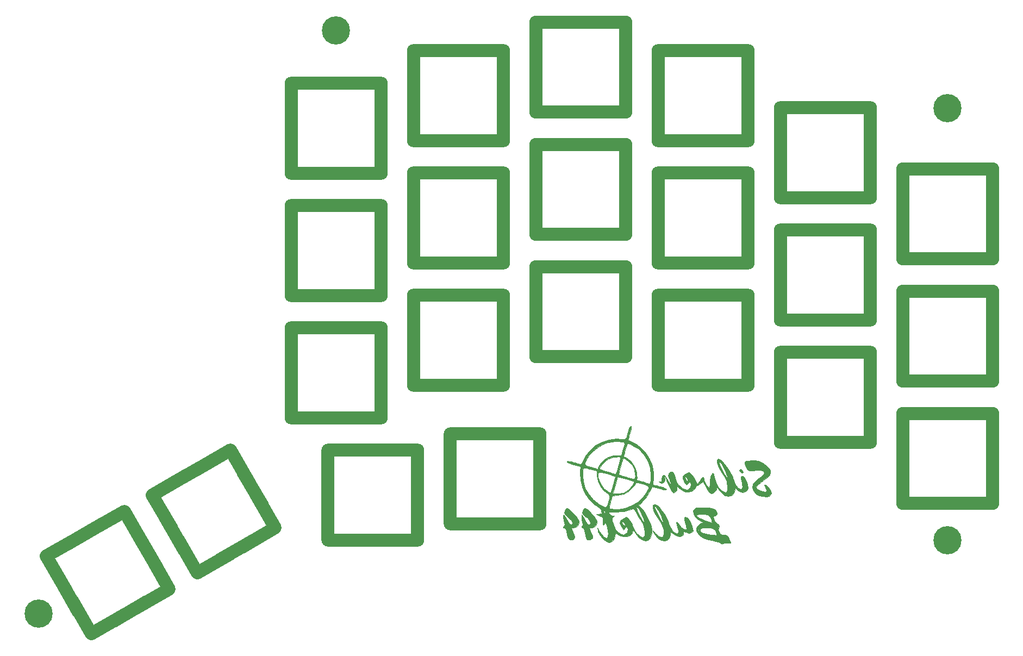
<source format=gbl>
G04 #@! TF.GenerationSoftware,KiCad,Pcbnew,5.1.5+dfsg1-2build2*
G04 #@! TF.CreationDate,2020-09-19T22:34:38+09:00*
G04 #@! TF.ProjectId,toppcb,746f7070-6362-42e6-9b69-6361645f7063,rev?*
G04 #@! TF.SameCoordinates,Original*
G04 #@! TF.FileFunction,Copper,L2,Bot*
G04 #@! TF.FilePolarity,Positive*
%FSLAX46Y46*%
G04 Gerber Fmt 4.6, Leading zero omitted, Abs format (unit mm)*
G04 Created by KiCad (PCBNEW 5.1.5+dfsg1-2build2) date 2020-09-19 22:34:38*
%MOMM*%
%LPD*%
G04 APERTURE LIST*
%ADD10C,0.010000*%
%ADD11C,2.000000*%
%ADD12O,2.000000X8.000000*%
%ADD13O,8.000000X2.000000*%
%ADD14C,0.700000*%
%ADD15C,4.400000*%
G04 APERTURE END LIST*
D10*
G36*
X118995184Y-90203845D02*
G01*
X118820718Y-90264295D01*
X118708435Y-90351708D01*
X118504989Y-90710773D01*
X118518525Y-91124687D01*
X118730715Y-91552666D01*
X119123232Y-91953923D01*
X119550755Y-92226225D01*
X120078500Y-92497365D01*
X119669645Y-92665957D01*
X119323191Y-92896141D01*
X119065900Y-93211426D01*
X118949497Y-93485388D01*
X118953758Y-93714957D01*
X119081952Y-94030640D01*
X119086663Y-94040534D01*
X119454982Y-94521445D01*
X120053224Y-94910593D01*
X120872683Y-95203234D01*
X121447074Y-95327081D01*
X121954317Y-95433666D01*
X122380641Y-95555922D01*
X122650016Y-95671181D01*
X122683317Y-95695691D01*
X122916416Y-95864106D01*
X123065155Y-95837741D01*
X123124531Y-95761186D01*
X123288976Y-95700421D01*
X123616132Y-95698638D01*
X123767026Y-95714949D01*
X124104107Y-95744884D01*
X124306682Y-95731480D01*
X124333000Y-95710378D01*
X124283175Y-95556558D01*
X124156372Y-95257180D01*
X124068199Y-95064890D01*
X123887589Y-94721791D01*
X123710430Y-94548758D01*
X123448569Y-94478948D01*
X123274449Y-94463024D01*
X123147458Y-94443451D01*
X122174000Y-94443451D01*
X122058821Y-94488443D01*
X121748002Y-94482328D01*
X121293619Y-94430146D01*
X120747749Y-94336934D01*
X120463110Y-94277910D01*
X119950201Y-94151730D01*
X119650778Y-94029998D01*
X119526898Y-93881118D01*
X119540616Y-93673489D01*
X119544359Y-93662500D01*
X119380000Y-93662500D01*
X119316500Y-93726000D01*
X119253000Y-93662500D01*
X119316500Y-93599000D01*
X119380000Y-93662500D01*
X119544359Y-93662500D01*
X119584088Y-93545887D01*
X119694761Y-93428909D01*
X119947809Y-93365961D01*
X120395084Y-93345215D01*
X120464820Y-93345000D01*
X121110634Y-93373008D01*
X121553502Y-93469698D01*
X121839571Y-93654066D01*
X122014988Y-93945107D01*
X122031415Y-93989882D01*
X122127543Y-94277352D01*
X122173368Y-94437441D01*
X122174000Y-94443451D01*
X123147458Y-94443451D01*
X122912213Y-94407193D01*
X122694494Y-94261904D01*
X122525641Y-93983959D01*
X122392465Y-93617240D01*
X122430391Y-93418809D01*
X122554103Y-93149265D01*
X122467762Y-92877241D01*
X122241088Y-92711364D01*
X122067450Y-92578395D01*
X121438380Y-92578395D01*
X120694940Y-92322634D01*
X120179891Y-92132042D01*
X119664935Y-91920528D01*
X119405889Y-91802770D01*
X119043108Y-91586474D01*
X118930376Y-91413183D01*
X119066855Y-91287513D01*
X119451703Y-91214080D01*
X119514012Y-91209036D01*
X120219632Y-91210830D01*
X120732270Y-91346603D01*
X121085381Y-91635263D01*
X121312420Y-92095715D01*
X121355951Y-92249969D01*
X121438380Y-92578395D01*
X122067450Y-92578395D01*
X122015724Y-92538785D01*
X121799399Y-92242838D01*
X121640486Y-91912390D01*
X121587357Y-91636310D01*
X121610839Y-91553508D01*
X121782186Y-91458350D01*
X121927496Y-91440000D01*
X122118016Y-91343621D01*
X122174620Y-91103105D01*
X122095294Y-90791384D01*
X121951750Y-90562422D01*
X121822649Y-90439874D01*
X121638770Y-90354212D01*
X121348975Y-90294432D01*
X120902123Y-90249532D01*
X120327685Y-90212989D01*
X119697999Y-90182533D01*
X119270721Y-90178038D01*
X118995184Y-90203845D01*
G37*
X118995184Y-90203845D02*
X118820718Y-90264295D01*
X118708435Y-90351708D01*
X118504989Y-90710773D01*
X118518525Y-91124687D01*
X118730715Y-91552666D01*
X119123232Y-91953923D01*
X119550755Y-92226225D01*
X120078500Y-92497365D01*
X119669645Y-92665957D01*
X119323191Y-92896141D01*
X119065900Y-93211426D01*
X118949497Y-93485388D01*
X118953758Y-93714957D01*
X119081952Y-94030640D01*
X119086663Y-94040534D01*
X119454982Y-94521445D01*
X120053224Y-94910593D01*
X120872683Y-95203234D01*
X121447074Y-95327081D01*
X121954317Y-95433666D01*
X122380641Y-95555922D01*
X122650016Y-95671181D01*
X122683317Y-95695691D01*
X122916416Y-95864106D01*
X123065155Y-95837741D01*
X123124531Y-95761186D01*
X123288976Y-95700421D01*
X123616132Y-95698638D01*
X123767026Y-95714949D01*
X124104107Y-95744884D01*
X124306682Y-95731480D01*
X124333000Y-95710378D01*
X124283175Y-95556558D01*
X124156372Y-95257180D01*
X124068199Y-95064890D01*
X123887589Y-94721791D01*
X123710430Y-94548758D01*
X123448569Y-94478948D01*
X123274449Y-94463024D01*
X123147458Y-94443451D01*
X122174000Y-94443451D01*
X122058821Y-94488443D01*
X121748002Y-94482328D01*
X121293619Y-94430146D01*
X120747749Y-94336934D01*
X120463110Y-94277910D01*
X119950201Y-94151730D01*
X119650778Y-94029998D01*
X119526898Y-93881118D01*
X119540616Y-93673489D01*
X119544359Y-93662500D01*
X119380000Y-93662500D01*
X119316500Y-93726000D01*
X119253000Y-93662500D01*
X119316500Y-93599000D01*
X119380000Y-93662500D01*
X119544359Y-93662500D01*
X119584088Y-93545887D01*
X119694761Y-93428909D01*
X119947809Y-93365961D01*
X120395084Y-93345215D01*
X120464820Y-93345000D01*
X121110634Y-93373008D01*
X121553502Y-93469698D01*
X121839571Y-93654066D01*
X122014988Y-93945107D01*
X122031415Y-93989882D01*
X122127543Y-94277352D01*
X122173368Y-94437441D01*
X122174000Y-94443451D01*
X123147458Y-94443451D01*
X122912213Y-94407193D01*
X122694494Y-94261904D01*
X122525641Y-93983959D01*
X122392465Y-93617240D01*
X122430391Y-93418809D01*
X122554103Y-93149265D01*
X122467762Y-92877241D01*
X122241088Y-92711364D01*
X122067450Y-92578395D01*
X121438380Y-92578395D01*
X120694940Y-92322634D01*
X120179891Y-92132042D01*
X119664935Y-91920528D01*
X119405889Y-91802770D01*
X119043108Y-91586474D01*
X118930376Y-91413183D01*
X119066855Y-91287513D01*
X119451703Y-91214080D01*
X119514012Y-91209036D01*
X120219632Y-91210830D01*
X120732270Y-91346603D01*
X121085381Y-91635263D01*
X121312420Y-92095715D01*
X121355951Y-92249969D01*
X121438380Y-92578395D01*
X122067450Y-92578395D01*
X122015724Y-92538785D01*
X121799399Y-92242838D01*
X121640486Y-91912390D01*
X121587357Y-91636310D01*
X121610839Y-91553508D01*
X121782186Y-91458350D01*
X121927496Y-91440000D01*
X122118016Y-91343621D01*
X122174620Y-91103105D01*
X122095294Y-90791384D01*
X121951750Y-90562422D01*
X121822649Y-90439874D01*
X121638770Y-90354212D01*
X121348975Y-90294432D01*
X120902123Y-90249532D01*
X120327685Y-90212989D01*
X119697999Y-90182533D01*
X119270721Y-90178038D01*
X118995184Y-90203845D01*
G36*
X108646264Y-77583830D02*
G01*
X108501888Y-77883725D01*
X108397046Y-78200250D01*
X108227048Y-78794044D01*
X108103922Y-79183839D01*
X108007622Y-79410658D01*
X107918103Y-79515530D01*
X107815318Y-79539479D01*
X107745832Y-79533017D01*
X107505047Y-79515937D01*
X107094625Y-79501213D01*
X106598926Y-79491788D01*
X106547007Y-79491241D01*
X105393512Y-79602552D01*
X104300252Y-79944694D01*
X103301023Y-80495877D01*
X102429620Y-81234312D01*
X101719839Y-82138208D01*
X101341921Y-82847144D01*
X101179864Y-83183622D01*
X101051203Y-83398029D01*
X101006085Y-83439000D01*
X100857187Y-83407593D01*
X100526672Y-83324102D01*
X100077599Y-83204618D01*
X99931553Y-83164808D01*
X99459082Y-83047503D01*
X99084320Y-82977180D01*
X98870609Y-82964966D01*
X98847359Y-82974308D01*
X98805989Y-83063896D01*
X98893872Y-83153922D01*
X99144577Y-83260699D01*
X99591675Y-83400538D01*
X99911185Y-83491251D01*
X100901500Y-83767300D01*
X100857144Y-84725604D01*
X100913855Y-85894954D01*
X101180705Y-87013843D01*
X101638646Y-88044232D01*
X102268632Y-88948083D01*
X103051616Y-89687359D01*
X103487903Y-89979500D01*
X103844300Y-90223078D01*
X104078444Y-90449077D01*
X104137480Y-90572362D01*
X104185841Y-90886211D01*
X104217088Y-90985112D01*
X104220099Y-91112714D01*
X104067094Y-91175321D01*
X103740838Y-91194595D01*
X103448142Y-91210949D01*
X103367117Y-91254514D01*
X103508110Y-91335452D01*
X103881470Y-91463929D01*
X104076500Y-91524307D01*
X104306181Y-91625921D01*
X104421727Y-91792634D01*
X104440576Y-92084652D01*
X104380165Y-92562181D01*
X104379075Y-92569000D01*
X104395306Y-92820443D01*
X104479458Y-92925569D01*
X104610189Y-92861702D01*
X104676064Y-92685569D01*
X104717260Y-92532474D01*
X104784795Y-92560538D01*
X104909632Y-92793186D01*
X104960152Y-92900500D01*
X105101861Y-93315965D01*
X105187848Y-93791575D01*
X105216393Y-94260451D01*
X105185781Y-94655712D01*
X105094291Y-94910481D01*
X105013251Y-94967402D01*
X104778759Y-94901271D01*
X104475775Y-94666476D01*
X104157181Y-94317477D01*
X103875860Y-93908733D01*
X103751707Y-93668216D01*
X103604000Y-93381231D01*
X103526499Y-93312378D01*
X103526128Y-93433796D01*
X103609811Y-93717626D01*
X103688999Y-93920529D01*
X104004607Y-94510109D01*
X104405900Y-95018589D01*
X104845063Y-95399611D01*
X105274284Y-95606815D01*
X105453124Y-95631000D01*
X105680051Y-95555766D01*
X105924443Y-95397320D01*
X106174373Y-95045562D01*
X106287763Y-94623198D01*
X106362500Y-94082756D01*
X106716145Y-94361552D01*
X107174036Y-94608028D01*
X107691602Y-94712193D01*
X108201733Y-94680622D01*
X108637322Y-94519889D01*
X108931260Y-94236568D01*
X108977593Y-94140009D01*
X109041294Y-93865918D01*
X109022914Y-93715342D01*
X108994675Y-93604476D01*
X109008766Y-93599000D01*
X109102811Y-93696766D01*
X109285962Y-93949497D01*
X109456791Y-94207181D01*
X109955947Y-94845447D01*
X110474033Y-95236290D01*
X111006864Y-95376612D01*
X111036675Y-95377000D01*
X111474168Y-95282139D01*
X111781720Y-94988229D01*
X111971068Y-94481282D01*
X112017328Y-94208063D01*
X112024886Y-94047094D01*
X110963300Y-94047094D01*
X110888631Y-94519750D01*
X110768893Y-94768376D01*
X110629428Y-94847816D01*
X110400148Y-94767480D01*
X110145833Y-94619483D01*
X109689442Y-94222472D01*
X109291570Y-93657245D01*
X109010317Y-93009585D01*
X108977493Y-92894451D01*
X108940188Y-92807888D01*
X107891530Y-92807888D01*
X107881676Y-92971806D01*
X107765610Y-93037130D01*
X107590745Y-92893856D01*
X107549445Y-92844387D01*
X107406052Y-92599144D01*
X107394593Y-92429961D01*
X107529120Y-92412930D01*
X107726825Y-92557379D01*
X107891530Y-92807888D01*
X108940188Y-92807888D01*
X108790094Y-92459615D01*
X108504290Y-92058936D01*
X108454004Y-92007670D01*
X108064956Y-91634939D01*
X107594728Y-91886719D01*
X107211595Y-92200365D01*
X107066522Y-92585587D01*
X107164620Y-93012719D01*
X107353096Y-93289416D01*
X107659028Y-93645084D01*
X107893933Y-93370734D01*
X108089675Y-93196544D01*
X108216107Y-93235265D01*
X108227975Y-93252442D01*
X108325779Y-93622560D01*
X108200672Y-94011118D01*
X108028555Y-94219856D01*
X107806879Y-94400165D01*
X107613966Y-94431471D01*
X107326659Y-94330336D01*
X107298305Y-94318063D01*
X106754105Y-94001438D01*
X106362616Y-93566967D01*
X106080703Y-92959915D01*
X105989026Y-92656765D01*
X105946498Y-92493941D01*
X105183091Y-92493941D01*
X105175216Y-92642107D01*
X105152011Y-92644034D01*
X105054307Y-92485776D01*
X104963797Y-92194235D01*
X104963186Y-92191462D01*
X104913132Y-91857756D01*
X104942639Y-91754109D01*
X105025355Y-91879716D01*
X105125635Y-92196430D01*
X105183091Y-92493941D01*
X105946498Y-92493941D01*
X105871907Y-92208363D01*
X105823947Y-91938986D01*
X105845685Y-91783107D01*
X105937657Y-91675194D01*
X105997467Y-91628330D01*
X106157645Y-91492535D01*
X106100088Y-91449125D01*
X105958822Y-91444039D01*
X105680059Y-91364012D01*
X105420931Y-91182645D01*
X105286059Y-90976895D01*
X105283008Y-90946990D01*
X104775000Y-90946990D01*
X104724896Y-91117827D01*
X104648000Y-91122500D01*
X104542395Y-90943887D01*
X104521000Y-90790009D01*
X104571105Y-90619172D01*
X104648000Y-90614500D01*
X104753606Y-90793112D01*
X104775000Y-90946990D01*
X105283008Y-90946990D01*
X105283000Y-90946921D01*
X105400913Y-90906770D01*
X105718354Y-90874587D01*
X106180880Y-90854623D01*
X106521250Y-90850236D01*
X107210083Y-90833843D01*
X107750198Y-90774601D01*
X108245889Y-90652097D01*
X108801445Y-90445918D01*
X108989795Y-90367071D01*
X109153254Y-90365186D01*
X109318994Y-90535148D01*
X109483921Y-90826215D01*
X109708870Y-91231068D01*
X110008715Y-91723342D01*
X110261463Y-92110954D01*
X110636835Y-92777098D01*
X110875927Y-93442243D01*
X110963300Y-94047094D01*
X112024886Y-94047094D01*
X112041675Y-93689525D01*
X111953047Y-93196107D01*
X111835300Y-92845555D01*
X111612888Y-92316978D01*
X110850818Y-92316978D01*
X110842131Y-92453232D01*
X110734916Y-92388310D01*
X110538982Y-92128291D01*
X110264138Y-91679256D01*
X109920194Y-91047284D01*
X109911977Y-91031471D01*
X109734061Y-90648274D01*
X109621520Y-90328057D01*
X109601000Y-90208858D01*
X109653035Y-90096983D01*
X109790536Y-90176258D01*
X109985599Y-90410535D01*
X110210320Y-90763669D01*
X110436795Y-91199513D01*
X110533373Y-91416621D01*
X110751169Y-91973467D01*
X110850818Y-92316978D01*
X111612888Y-92316978D01*
X111535940Y-92134107D01*
X111185112Y-91438047D01*
X110820440Y-90824000D01*
X110479544Y-90358591D01*
X110357130Y-90227875D01*
X109990817Y-89876925D01*
X110682280Y-89130063D01*
X111078466Y-88652041D01*
X111452161Y-88117087D01*
X111722190Y-87641539D01*
X112040207Y-86964648D01*
X111563115Y-86964648D01*
X111502679Y-87233646D01*
X111288583Y-87644930D01*
X111176574Y-87840962D01*
X110571480Y-88661307D01*
X109789661Y-89361449D01*
X108881874Y-89914778D01*
X107898879Y-90294687D01*
X106891433Y-90474565D01*
X106172000Y-90464514D01*
X105792668Y-90418779D01*
X105513614Y-90373995D01*
X105454631Y-90359948D01*
X105401287Y-90241312D01*
X105438592Y-89932032D01*
X105569343Y-89411409D01*
X105594919Y-89321678D01*
X105845780Y-88451006D01*
X105438805Y-88451006D01*
X105401071Y-88805901D01*
X105267532Y-89323763D01*
X105219262Y-89491117D01*
X105096245Y-89884818D01*
X104992231Y-90084273D01*
X104861758Y-90140920D01*
X104672714Y-90109510D01*
X104369251Y-89992451D01*
X103970574Y-89786369D01*
X103736972Y-89646008D01*
X102878223Y-88959933D01*
X102177019Y-88118457D01*
X101655463Y-87164789D01*
X101335656Y-86142142D01*
X101239699Y-85093728D01*
X101256420Y-84796284D01*
X101302291Y-84387740D01*
X101351859Y-84093140D01*
X101385297Y-83992370D01*
X101527400Y-83995537D01*
X101852610Y-84057440D01*
X102300163Y-84165799D01*
X102475930Y-84212828D01*
X103505000Y-84494848D01*
X103505000Y-85222422D01*
X103626511Y-86080021D01*
X103977232Y-86853333D01*
X104536447Y-87503378D01*
X104843167Y-87740272D01*
X105173253Y-87980576D01*
X105367333Y-88196693D01*
X105438805Y-88451006D01*
X105845780Y-88451006D01*
X105881077Y-88328500D01*
X106699403Y-88256906D01*
X107619159Y-88066876D01*
X108391350Y-87670317D01*
X109017053Y-87066668D01*
X109042367Y-87033860D01*
X109283496Y-86701246D01*
X109454712Y-86435422D01*
X109500922Y-86342736D01*
X109592289Y-86279379D01*
X109824936Y-86291058D01*
X110235990Y-86382461D01*
X110596087Y-86481045D01*
X111132456Y-86641379D01*
X111447253Y-86784903D01*
X111563115Y-86964648D01*
X112040207Y-86964648D01*
X112070638Y-86899877D01*
X112963069Y-87143362D01*
X113435998Y-87273190D01*
X113833152Y-87383644D01*
X114071801Y-87451706D01*
X114077750Y-87453482D01*
X114265700Y-87437603D01*
X114300000Y-87347398D01*
X114185733Y-87213052D01*
X113887064Y-87073710D01*
X113696750Y-87015510D01*
X113224172Y-86890758D01*
X112766827Y-86769937D01*
X112641559Y-86736820D01*
X112189617Y-86617300D01*
X112243913Y-85481652D01*
X112251245Y-85117743D01*
X111885266Y-85117743D01*
X111870230Y-85586119D01*
X111832763Y-86014160D01*
X111781287Y-86334900D01*
X111724224Y-86481376D01*
X111713438Y-86483978D01*
X111592862Y-86449520D01*
X111286334Y-86360340D01*
X110851616Y-86233260D01*
X110680500Y-86183127D01*
X110545049Y-86143421D01*
X109342220Y-86143421D01*
X109058860Y-86648229D01*
X108735482Y-87069936D01*
X108275539Y-87489678D01*
X107781635Y-87819965D01*
X107569000Y-87918638D01*
X107341006Y-87960619D01*
X106958514Y-87991266D01*
X106663916Y-88000973D01*
X105949332Y-88011000D01*
X106328403Y-86697128D01*
X106700950Y-85405872D01*
X106354218Y-85405872D01*
X106301258Y-85687498D01*
X106208581Y-85985887D01*
X106074353Y-86434146D01*
X105926810Y-86937921D01*
X105919482Y-86963250D01*
X105784457Y-87402985D01*
X105669514Y-87728458D01*
X105596136Y-87879849D01*
X105588816Y-87884000D01*
X105441980Y-87831110D01*
X105181444Y-87704838D01*
X104595372Y-87266827D01*
X104117469Y-86651959D01*
X103793502Y-85929593D01*
X103687905Y-85441438D01*
X103655501Y-85047645D01*
X103699562Y-84803661D01*
X103856703Y-84694215D01*
X104163538Y-84704038D01*
X104656683Y-84817858D01*
X104972691Y-84905622D01*
X105488421Y-85052975D01*
X105918521Y-85177441D01*
X106199165Y-85260477D01*
X106262649Y-85280377D01*
X106354218Y-85405872D01*
X106700950Y-85405872D01*
X106707475Y-85383257D01*
X108024848Y-85763339D01*
X109342220Y-86143421D01*
X110545049Y-86143421D01*
X109664500Y-85885298D01*
X109705923Y-85426422D01*
X109699822Y-85329863D01*
X109467684Y-85329863D01*
X109446849Y-85573413D01*
X109339538Y-85696984D01*
X109108381Y-85712376D01*
X108716006Y-85631388D01*
X108125043Y-85465819D01*
X107966231Y-85419669D01*
X107485912Y-85276013D01*
X107107818Y-85155381D01*
X106891508Y-85077083D01*
X106863927Y-85062260D01*
X106871433Y-84924353D01*
X106936845Y-84607585D01*
X107042815Y-84175690D01*
X107171996Y-83692401D01*
X107307038Y-83221454D01*
X107430593Y-82826581D01*
X107525313Y-82571517D01*
X107557133Y-82515584D01*
X107713673Y-82518267D01*
X107985584Y-82666928D01*
X108318437Y-82918646D01*
X108657800Y-83230501D01*
X108949241Y-83559571D01*
X109038328Y-83683559D01*
X109313363Y-84271089D01*
X109439415Y-84954536D01*
X109467684Y-85329863D01*
X109699822Y-85329863D01*
X109658901Y-84682314D01*
X109412226Y-83924584D01*
X108999250Y-83240723D01*
X108776821Y-82989136D01*
X108423220Y-82675172D01*
X108083895Y-82438412D01*
X107950749Y-82377513D01*
X107188000Y-82377513D01*
X107155414Y-82550042D01*
X107069555Y-82888284D01*
X106948277Y-83330668D01*
X106809432Y-83815623D01*
X106670871Y-84281577D01*
X106550447Y-84666961D01*
X106466013Y-84910202D01*
X106438354Y-84963000D01*
X106300396Y-84932075D01*
X105971757Y-84848648D01*
X105506894Y-84726737D01*
X105134814Y-84627412D01*
X104549540Y-84454662D01*
X104130125Y-84298487D01*
X103910553Y-84172444D01*
X103886000Y-84129285D01*
X103980213Y-83867320D01*
X104225391Y-83520093D01*
X104565345Y-83149319D01*
X104943886Y-82816716D01*
X105283000Y-82594878D01*
X105624072Y-82464880D01*
X106046233Y-82363680D01*
X106481312Y-82299058D01*
X106861137Y-82278792D01*
X107117537Y-82310661D01*
X107188000Y-82377513D01*
X107950749Y-82377513D01*
X107886618Y-82348181D01*
X107662896Y-82240346D01*
X107611323Y-82114891D01*
X107672546Y-81921494D01*
X107776256Y-81562767D01*
X107891782Y-81146310D01*
X108018504Y-80713628D01*
X108132542Y-80380249D01*
X108177365Y-80284779D01*
X107754892Y-80284779D01*
X107690835Y-80626513D01*
X107567316Y-81102916D01*
X107292542Y-82105544D01*
X106738542Y-82061482D01*
X106003456Y-82115398D01*
X105270141Y-82365556D01*
X104602799Y-82774078D01*
X104065630Y-83303087D01*
X103759330Y-83819203D01*
X103647157Y-84078555D01*
X103586468Y-84197174D01*
X103584843Y-84197978D01*
X103464657Y-84163164D01*
X103158622Y-84073024D01*
X102724374Y-83944554D01*
X102552500Y-83893601D01*
X102036891Y-83735385D01*
X101734891Y-83600613D01*
X101617745Y-83436724D01*
X101656701Y-83191158D01*
X101823006Y-82811353D01*
X101886950Y-82677000D01*
X102302847Y-82022302D01*
X102898678Y-81375307D01*
X103606606Y-80799627D01*
X104358795Y-80358874D01*
X104359224Y-80358673D01*
X104850746Y-80147753D01*
X105286819Y-80018553D01*
X105772938Y-79947624D01*
X106362500Y-79913400D01*
X106890927Y-79906587D01*
X107331547Y-79924480D01*
X107616202Y-79963325D01*
X107673795Y-79985614D01*
X107747611Y-80087944D01*
X107754892Y-80284779D01*
X108177365Y-80284779D01*
X108206049Y-80223685D01*
X108377943Y-80204789D01*
X108694992Y-80312564D01*
X109101567Y-80518113D01*
X109542038Y-80792540D01*
X109960775Y-81106947D01*
X110044587Y-81178727D01*
X110827994Y-82023912D01*
X111406849Y-82986461D01*
X111764739Y-84031253D01*
X111885266Y-85117743D01*
X112251245Y-85117743D01*
X112257653Y-84799743D01*
X112215383Y-84252406D01*
X112104854Y-83724014D01*
X112030106Y-83463332D01*
X111622441Y-82496230D01*
X111027929Y-81599434D01*
X110291158Y-80822784D01*
X109456716Y-80216121D01*
X108870750Y-79931730D01*
X108548975Y-79789622D01*
X108355858Y-79671959D01*
X108331000Y-79636973D01*
X108364278Y-79484101D01*
X108453005Y-79149629D01*
X108580523Y-78695505D01*
X108633715Y-78511227D01*
X108778055Y-77981028D01*
X108839800Y-77654759D01*
X108823477Y-77497759D01*
X108769727Y-77470000D01*
X108646264Y-77583830D01*
G37*
X108646264Y-77583830D02*
X108501888Y-77883725D01*
X108397046Y-78200250D01*
X108227048Y-78794044D01*
X108103922Y-79183839D01*
X108007622Y-79410658D01*
X107918103Y-79515530D01*
X107815318Y-79539479D01*
X107745832Y-79533017D01*
X107505047Y-79515937D01*
X107094625Y-79501213D01*
X106598926Y-79491788D01*
X106547007Y-79491241D01*
X105393512Y-79602552D01*
X104300252Y-79944694D01*
X103301023Y-80495877D01*
X102429620Y-81234312D01*
X101719839Y-82138208D01*
X101341921Y-82847144D01*
X101179864Y-83183622D01*
X101051203Y-83398029D01*
X101006085Y-83439000D01*
X100857187Y-83407593D01*
X100526672Y-83324102D01*
X100077599Y-83204618D01*
X99931553Y-83164808D01*
X99459082Y-83047503D01*
X99084320Y-82977180D01*
X98870609Y-82964966D01*
X98847359Y-82974308D01*
X98805989Y-83063896D01*
X98893872Y-83153922D01*
X99144577Y-83260699D01*
X99591675Y-83400538D01*
X99911185Y-83491251D01*
X100901500Y-83767300D01*
X100857144Y-84725604D01*
X100913855Y-85894954D01*
X101180705Y-87013843D01*
X101638646Y-88044232D01*
X102268632Y-88948083D01*
X103051616Y-89687359D01*
X103487903Y-89979500D01*
X103844300Y-90223078D01*
X104078444Y-90449077D01*
X104137480Y-90572362D01*
X104185841Y-90886211D01*
X104217088Y-90985112D01*
X104220099Y-91112714D01*
X104067094Y-91175321D01*
X103740838Y-91194595D01*
X103448142Y-91210949D01*
X103367117Y-91254514D01*
X103508110Y-91335452D01*
X103881470Y-91463929D01*
X104076500Y-91524307D01*
X104306181Y-91625921D01*
X104421727Y-91792634D01*
X104440576Y-92084652D01*
X104380165Y-92562181D01*
X104379075Y-92569000D01*
X104395306Y-92820443D01*
X104479458Y-92925569D01*
X104610189Y-92861702D01*
X104676064Y-92685569D01*
X104717260Y-92532474D01*
X104784795Y-92560538D01*
X104909632Y-92793186D01*
X104960152Y-92900500D01*
X105101861Y-93315965D01*
X105187848Y-93791575D01*
X105216393Y-94260451D01*
X105185781Y-94655712D01*
X105094291Y-94910481D01*
X105013251Y-94967402D01*
X104778759Y-94901271D01*
X104475775Y-94666476D01*
X104157181Y-94317477D01*
X103875860Y-93908733D01*
X103751707Y-93668216D01*
X103604000Y-93381231D01*
X103526499Y-93312378D01*
X103526128Y-93433796D01*
X103609811Y-93717626D01*
X103688999Y-93920529D01*
X104004607Y-94510109D01*
X104405900Y-95018589D01*
X104845063Y-95399611D01*
X105274284Y-95606815D01*
X105453124Y-95631000D01*
X105680051Y-95555766D01*
X105924443Y-95397320D01*
X106174373Y-95045562D01*
X106287763Y-94623198D01*
X106362500Y-94082756D01*
X106716145Y-94361552D01*
X107174036Y-94608028D01*
X107691602Y-94712193D01*
X108201733Y-94680622D01*
X108637322Y-94519889D01*
X108931260Y-94236568D01*
X108977593Y-94140009D01*
X109041294Y-93865918D01*
X109022914Y-93715342D01*
X108994675Y-93604476D01*
X109008766Y-93599000D01*
X109102811Y-93696766D01*
X109285962Y-93949497D01*
X109456791Y-94207181D01*
X109955947Y-94845447D01*
X110474033Y-95236290D01*
X111006864Y-95376612D01*
X111036675Y-95377000D01*
X111474168Y-95282139D01*
X111781720Y-94988229D01*
X111971068Y-94481282D01*
X112017328Y-94208063D01*
X112024886Y-94047094D01*
X110963300Y-94047094D01*
X110888631Y-94519750D01*
X110768893Y-94768376D01*
X110629428Y-94847816D01*
X110400148Y-94767480D01*
X110145833Y-94619483D01*
X109689442Y-94222472D01*
X109291570Y-93657245D01*
X109010317Y-93009585D01*
X108977493Y-92894451D01*
X108940188Y-92807888D01*
X107891530Y-92807888D01*
X107881676Y-92971806D01*
X107765610Y-93037130D01*
X107590745Y-92893856D01*
X107549445Y-92844387D01*
X107406052Y-92599144D01*
X107394593Y-92429961D01*
X107529120Y-92412930D01*
X107726825Y-92557379D01*
X107891530Y-92807888D01*
X108940188Y-92807888D01*
X108790094Y-92459615D01*
X108504290Y-92058936D01*
X108454004Y-92007670D01*
X108064956Y-91634939D01*
X107594728Y-91886719D01*
X107211595Y-92200365D01*
X107066522Y-92585587D01*
X107164620Y-93012719D01*
X107353096Y-93289416D01*
X107659028Y-93645084D01*
X107893933Y-93370734D01*
X108089675Y-93196544D01*
X108216107Y-93235265D01*
X108227975Y-93252442D01*
X108325779Y-93622560D01*
X108200672Y-94011118D01*
X108028555Y-94219856D01*
X107806879Y-94400165D01*
X107613966Y-94431471D01*
X107326659Y-94330336D01*
X107298305Y-94318063D01*
X106754105Y-94001438D01*
X106362616Y-93566967D01*
X106080703Y-92959915D01*
X105989026Y-92656765D01*
X105946498Y-92493941D01*
X105183091Y-92493941D01*
X105175216Y-92642107D01*
X105152011Y-92644034D01*
X105054307Y-92485776D01*
X104963797Y-92194235D01*
X104963186Y-92191462D01*
X104913132Y-91857756D01*
X104942639Y-91754109D01*
X105025355Y-91879716D01*
X105125635Y-92196430D01*
X105183091Y-92493941D01*
X105946498Y-92493941D01*
X105871907Y-92208363D01*
X105823947Y-91938986D01*
X105845685Y-91783107D01*
X105937657Y-91675194D01*
X105997467Y-91628330D01*
X106157645Y-91492535D01*
X106100088Y-91449125D01*
X105958822Y-91444039D01*
X105680059Y-91364012D01*
X105420931Y-91182645D01*
X105286059Y-90976895D01*
X105283008Y-90946990D01*
X104775000Y-90946990D01*
X104724896Y-91117827D01*
X104648000Y-91122500D01*
X104542395Y-90943887D01*
X104521000Y-90790009D01*
X104571105Y-90619172D01*
X104648000Y-90614500D01*
X104753606Y-90793112D01*
X104775000Y-90946990D01*
X105283008Y-90946990D01*
X105283000Y-90946921D01*
X105400913Y-90906770D01*
X105718354Y-90874587D01*
X106180880Y-90854623D01*
X106521250Y-90850236D01*
X107210083Y-90833843D01*
X107750198Y-90774601D01*
X108245889Y-90652097D01*
X108801445Y-90445918D01*
X108989795Y-90367071D01*
X109153254Y-90365186D01*
X109318994Y-90535148D01*
X109483921Y-90826215D01*
X109708870Y-91231068D01*
X110008715Y-91723342D01*
X110261463Y-92110954D01*
X110636835Y-92777098D01*
X110875927Y-93442243D01*
X110963300Y-94047094D01*
X112024886Y-94047094D01*
X112041675Y-93689525D01*
X111953047Y-93196107D01*
X111835300Y-92845555D01*
X111612888Y-92316978D01*
X110850818Y-92316978D01*
X110842131Y-92453232D01*
X110734916Y-92388310D01*
X110538982Y-92128291D01*
X110264138Y-91679256D01*
X109920194Y-91047284D01*
X109911977Y-91031471D01*
X109734061Y-90648274D01*
X109621520Y-90328057D01*
X109601000Y-90208858D01*
X109653035Y-90096983D01*
X109790536Y-90176258D01*
X109985599Y-90410535D01*
X110210320Y-90763669D01*
X110436795Y-91199513D01*
X110533373Y-91416621D01*
X110751169Y-91973467D01*
X110850818Y-92316978D01*
X111612888Y-92316978D01*
X111535940Y-92134107D01*
X111185112Y-91438047D01*
X110820440Y-90824000D01*
X110479544Y-90358591D01*
X110357130Y-90227875D01*
X109990817Y-89876925D01*
X110682280Y-89130063D01*
X111078466Y-88652041D01*
X111452161Y-88117087D01*
X111722190Y-87641539D01*
X112040207Y-86964648D01*
X111563115Y-86964648D01*
X111502679Y-87233646D01*
X111288583Y-87644930D01*
X111176574Y-87840962D01*
X110571480Y-88661307D01*
X109789661Y-89361449D01*
X108881874Y-89914778D01*
X107898879Y-90294687D01*
X106891433Y-90474565D01*
X106172000Y-90464514D01*
X105792668Y-90418779D01*
X105513614Y-90373995D01*
X105454631Y-90359948D01*
X105401287Y-90241312D01*
X105438592Y-89932032D01*
X105569343Y-89411409D01*
X105594919Y-89321678D01*
X105845780Y-88451006D01*
X105438805Y-88451006D01*
X105401071Y-88805901D01*
X105267532Y-89323763D01*
X105219262Y-89491117D01*
X105096245Y-89884818D01*
X104992231Y-90084273D01*
X104861758Y-90140920D01*
X104672714Y-90109510D01*
X104369251Y-89992451D01*
X103970574Y-89786369D01*
X103736972Y-89646008D01*
X102878223Y-88959933D01*
X102177019Y-88118457D01*
X101655463Y-87164789D01*
X101335656Y-86142142D01*
X101239699Y-85093728D01*
X101256420Y-84796284D01*
X101302291Y-84387740D01*
X101351859Y-84093140D01*
X101385297Y-83992370D01*
X101527400Y-83995537D01*
X101852610Y-84057440D01*
X102300163Y-84165799D01*
X102475930Y-84212828D01*
X103505000Y-84494848D01*
X103505000Y-85222422D01*
X103626511Y-86080021D01*
X103977232Y-86853333D01*
X104536447Y-87503378D01*
X104843167Y-87740272D01*
X105173253Y-87980576D01*
X105367333Y-88196693D01*
X105438805Y-88451006D01*
X105845780Y-88451006D01*
X105881077Y-88328500D01*
X106699403Y-88256906D01*
X107619159Y-88066876D01*
X108391350Y-87670317D01*
X109017053Y-87066668D01*
X109042367Y-87033860D01*
X109283496Y-86701246D01*
X109454712Y-86435422D01*
X109500922Y-86342736D01*
X109592289Y-86279379D01*
X109824936Y-86291058D01*
X110235990Y-86382461D01*
X110596087Y-86481045D01*
X111132456Y-86641379D01*
X111447253Y-86784903D01*
X111563115Y-86964648D01*
X112040207Y-86964648D01*
X112070638Y-86899877D01*
X112963069Y-87143362D01*
X113435998Y-87273190D01*
X113833152Y-87383644D01*
X114071801Y-87451706D01*
X114077750Y-87453482D01*
X114265700Y-87437603D01*
X114300000Y-87347398D01*
X114185733Y-87213052D01*
X113887064Y-87073710D01*
X113696750Y-87015510D01*
X113224172Y-86890758D01*
X112766827Y-86769937D01*
X112641559Y-86736820D01*
X112189617Y-86617300D01*
X112243913Y-85481652D01*
X112251245Y-85117743D01*
X111885266Y-85117743D01*
X111870230Y-85586119D01*
X111832763Y-86014160D01*
X111781287Y-86334900D01*
X111724224Y-86481376D01*
X111713438Y-86483978D01*
X111592862Y-86449520D01*
X111286334Y-86360340D01*
X110851616Y-86233260D01*
X110680500Y-86183127D01*
X110545049Y-86143421D01*
X109342220Y-86143421D01*
X109058860Y-86648229D01*
X108735482Y-87069936D01*
X108275539Y-87489678D01*
X107781635Y-87819965D01*
X107569000Y-87918638D01*
X107341006Y-87960619D01*
X106958514Y-87991266D01*
X106663916Y-88000973D01*
X105949332Y-88011000D01*
X106328403Y-86697128D01*
X106700950Y-85405872D01*
X106354218Y-85405872D01*
X106301258Y-85687498D01*
X106208581Y-85985887D01*
X106074353Y-86434146D01*
X105926810Y-86937921D01*
X105919482Y-86963250D01*
X105784457Y-87402985D01*
X105669514Y-87728458D01*
X105596136Y-87879849D01*
X105588816Y-87884000D01*
X105441980Y-87831110D01*
X105181444Y-87704838D01*
X104595372Y-87266827D01*
X104117469Y-86651959D01*
X103793502Y-85929593D01*
X103687905Y-85441438D01*
X103655501Y-85047645D01*
X103699562Y-84803661D01*
X103856703Y-84694215D01*
X104163538Y-84704038D01*
X104656683Y-84817858D01*
X104972691Y-84905622D01*
X105488421Y-85052975D01*
X105918521Y-85177441D01*
X106199165Y-85260477D01*
X106262649Y-85280377D01*
X106354218Y-85405872D01*
X106700950Y-85405872D01*
X106707475Y-85383257D01*
X108024848Y-85763339D01*
X109342220Y-86143421D01*
X110545049Y-86143421D01*
X109664500Y-85885298D01*
X109705923Y-85426422D01*
X109699822Y-85329863D01*
X109467684Y-85329863D01*
X109446849Y-85573413D01*
X109339538Y-85696984D01*
X109108381Y-85712376D01*
X108716006Y-85631388D01*
X108125043Y-85465819D01*
X107966231Y-85419669D01*
X107485912Y-85276013D01*
X107107818Y-85155381D01*
X106891508Y-85077083D01*
X106863927Y-85062260D01*
X106871433Y-84924353D01*
X106936845Y-84607585D01*
X107042815Y-84175690D01*
X107171996Y-83692401D01*
X107307038Y-83221454D01*
X107430593Y-82826581D01*
X107525313Y-82571517D01*
X107557133Y-82515584D01*
X107713673Y-82518267D01*
X107985584Y-82666928D01*
X108318437Y-82918646D01*
X108657800Y-83230501D01*
X108949241Y-83559571D01*
X109038328Y-83683559D01*
X109313363Y-84271089D01*
X109439415Y-84954536D01*
X109467684Y-85329863D01*
X109699822Y-85329863D01*
X109658901Y-84682314D01*
X109412226Y-83924584D01*
X108999250Y-83240723D01*
X108776821Y-82989136D01*
X108423220Y-82675172D01*
X108083895Y-82438412D01*
X107950749Y-82377513D01*
X107188000Y-82377513D01*
X107155414Y-82550042D01*
X107069555Y-82888284D01*
X106948277Y-83330668D01*
X106809432Y-83815623D01*
X106670871Y-84281577D01*
X106550447Y-84666961D01*
X106466013Y-84910202D01*
X106438354Y-84963000D01*
X106300396Y-84932075D01*
X105971757Y-84848648D01*
X105506894Y-84726737D01*
X105134814Y-84627412D01*
X104549540Y-84454662D01*
X104130125Y-84298487D01*
X103910553Y-84172444D01*
X103886000Y-84129285D01*
X103980213Y-83867320D01*
X104225391Y-83520093D01*
X104565345Y-83149319D01*
X104943886Y-82816716D01*
X105283000Y-82594878D01*
X105624072Y-82464880D01*
X106046233Y-82363680D01*
X106481312Y-82299058D01*
X106861137Y-82278792D01*
X107117537Y-82310661D01*
X107188000Y-82377513D01*
X107950749Y-82377513D01*
X107886618Y-82348181D01*
X107662896Y-82240346D01*
X107611323Y-82114891D01*
X107672546Y-81921494D01*
X107776256Y-81562767D01*
X107891782Y-81146310D01*
X108018504Y-80713628D01*
X108132542Y-80380249D01*
X108177365Y-80284779D01*
X107754892Y-80284779D01*
X107690835Y-80626513D01*
X107567316Y-81102916D01*
X107292542Y-82105544D01*
X106738542Y-82061482D01*
X106003456Y-82115398D01*
X105270141Y-82365556D01*
X104602799Y-82774078D01*
X104065630Y-83303087D01*
X103759330Y-83819203D01*
X103647157Y-84078555D01*
X103586468Y-84197174D01*
X103584843Y-84197978D01*
X103464657Y-84163164D01*
X103158622Y-84073024D01*
X102724374Y-83944554D01*
X102552500Y-83893601D01*
X102036891Y-83735385D01*
X101734891Y-83600613D01*
X101617745Y-83436724D01*
X101656701Y-83191158D01*
X101823006Y-82811353D01*
X101886950Y-82677000D01*
X102302847Y-82022302D01*
X102898678Y-81375307D01*
X103606606Y-80799627D01*
X104358795Y-80358874D01*
X104359224Y-80358673D01*
X104850746Y-80147753D01*
X105286819Y-80018553D01*
X105772938Y-79947624D01*
X106362500Y-79913400D01*
X106890927Y-79906587D01*
X107331547Y-79924480D01*
X107616202Y-79963325D01*
X107673795Y-79985614D01*
X107747611Y-80087944D01*
X107754892Y-80284779D01*
X108177365Y-80284779D01*
X108206049Y-80223685D01*
X108377943Y-80204789D01*
X108694992Y-80312564D01*
X109101567Y-80518113D01*
X109542038Y-80792540D01*
X109960775Y-81106947D01*
X110044587Y-81178727D01*
X110827994Y-82023912D01*
X111406849Y-82986461D01*
X111764739Y-84031253D01*
X111885266Y-85117743D01*
X112251245Y-85117743D01*
X112257653Y-84799743D01*
X112215383Y-84252406D01*
X112104854Y-83724014D01*
X112030106Y-83463332D01*
X111622441Y-82496230D01*
X111027929Y-81599434D01*
X110291158Y-80822784D01*
X109456716Y-80216121D01*
X108870750Y-79931730D01*
X108548975Y-79789622D01*
X108355858Y-79671959D01*
X108331000Y-79636973D01*
X108364278Y-79484101D01*
X108453005Y-79149629D01*
X108580523Y-78695505D01*
X108633715Y-78511227D01*
X108778055Y-77981028D01*
X108839800Y-77654759D01*
X108823477Y-77497759D01*
X108769727Y-77470000D01*
X108646264Y-77583830D01*
G36*
X112215377Y-89829526D02*
G01*
X112176837Y-90146031D01*
X112323975Y-90630729D01*
X112656208Y-91281685D01*
X113163656Y-92083258D01*
X113443600Y-92548522D01*
X113677757Y-93029149D01*
X113791120Y-93341730D01*
X113866546Y-93804090D01*
X113861787Y-94259468D01*
X113784353Y-94625195D01*
X113657765Y-94809971D01*
X113467173Y-94798403D01*
X113169913Y-94656597D01*
X112840474Y-94432354D01*
X112553346Y-94173477D01*
X112434812Y-94025170D01*
X112274112Y-93825084D01*
X112173443Y-93778224D01*
X112196743Y-93917069D01*
X112352183Y-94178347D01*
X112595533Y-94501701D01*
X112882567Y-94826778D01*
X113085292Y-95022588D01*
X113546803Y-95305805D01*
X114018207Y-95381597D01*
X114442004Y-95249245D01*
X114671783Y-95042372D01*
X114859767Y-94693345D01*
X114935000Y-94343076D01*
X114935000Y-93978406D01*
X115462055Y-94360203D01*
X115956486Y-94638926D01*
X116389483Y-94735362D01*
X116724648Y-94654792D01*
X116925586Y-94402497D01*
X116967000Y-94141838D01*
X116981956Y-93949827D01*
X117073415Y-93916792D01*
X117311263Y-94024539D01*
X117346905Y-94042933D01*
X117772722Y-94172147D01*
X118141725Y-94122295D01*
X118389911Y-93908703D01*
X118440993Y-93780954D01*
X118420579Y-93501774D01*
X118289142Y-93092259D01*
X118083392Y-92628697D01*
X117840035Y-92187373D01*
X117595779Y-91844574D01*
X117440656Y-91702024D01*
X117199774Y-91608473D01*
X117083844Y-91713068D01*
X117091047Y-92024200D01*
X117219564Y-92550257D01*
X117241177Y-92622089D01*
X117361386Y-93056267D01*
X117430566Y-93389131D01*
X117434971Y-93553379D01*
X117432171Y-93557162D01*
X117223783Y-93605078D01*
X116928927Y-93488278D01*
X116614450Y-93244558D01*
X116378865Y-92961640D01*
X116098214Y-92582609D01*
X115918044Y-92434726D01*
X115845677Y-92512838D01*
X115888436Y-92811794D01*
X116014500Y-93218000D01*
X116168374Y-93733440D01*
X116191161Y-94055887D01*
X116081319Y-94210829D01*
X115953004Y-94234000D01*
X115604150Y-94119541D01*
X115254515Y-93815225D01*
X114956147Y-93379636D01*
X114768331Y-92900500D01*
X114574901Y-92335949D01*
X114562270Y-92309494D01*
X113768209Y-92309494D01*
X113762374Y-92451103D01*
X113664082Y-92402169D01*
X113485364Y-92172201D01*
X113238255Y-91770704D01*
X112934788Y-91207187D01*
X112769519Y-90875533D01*
X112592021Y-90483700D01*
X112483044Y-90188779D01*
X112465898Y-90056768D01*
X112598807Y-90078667D01*
X112803172Y-90284925D01*
X113045027Y-90628815D01*
X113290405Y-91063608D01*
X113454373Y-91416621D01*
X113669553Y-91967835D01*
X113768209Y-92309494D01*
X114562270Y-92309494D01*
X114288593Y-91736300D01*
X113939837Y-91143608D01*
X113559068Y-90599929D01*
X113176716Y-90147318D01*
X112823215Y-89827830D01*
X112528997Y-89683521D01*
X112440179Y-89683149D01*
X112215377Y-89829526D01*
G37*
X112215377Y-89829526D02*
X112176837Y-90146031D01*
X112323975Y-90630729D01*
X112656208Y-91281685D01*
X113163656Y-92083258D01*
X113443600Y-92548522D01*
X113677757Y-93029149D01*
X113791120Y-93341730D01*
X113866546Y-93804090D01*
X113861787Y-94259468D01*
X113784353Y-94625195D01*
X113657765Y-94809971D01*
X113467173Y-94798403D01*
X113169913Y-94656597D01*
X112840474Y-94432354D01*
X112553346Y-94173477D01*
X112434812Y-94025170D01*
X112274112Y-93825084D01*
X112173443Y-93778224D01*
X112196743Y-93917069D01*
X112352183Y-94178347D01*
X112595533Y-94501701D01*
X112882567Y-94826778D01*
X113085292Y-95022588D01*
X113546803Y-95305805D01*
X114018207Y-95381597D01*
X114442004Y-95249245D01*
X114671783Y-95042372D01*
X114859767Y-94693345D01*
X114935000Y-94343076D01*
X114935000Y-93978406D01*
X115462055Y-94360203D01*
X115956486Y-94638926D01*
X116389483Y-94735362D01*
X116724648Y-94654792D01*
X116925586Y-94402497D01*
X116967000Y-94141838D01*
X116981956Y-93949827D01*
X117073415Y-93916792D01*
X117311263Y-94024539D01*
X117346905Y-94042933D01*
X117772722Y-94172147D01*
X118141725Y-94122295D01*
X118389911Y-93908703D01*
X118440993Y-93780954D01*
X118420579Y-93501774D01*
X118289142Y-93092259D01*
X118083392Y-92628697D01*
X117840035Y-92187373D01*
X117595779Y-91844574D01*
X117440656Y-91702024D01*
X117199774Y-91608473D01*
X117083844Y-91713068D01*
X117091047Y-92024200D01*
X117219564Y-92550257D01*
X117241177Y-92622089D01*
X117361386Y-93056267D01*
X117430566Y-93389131D01*
X117434971Y-93553379D01*
X117432171Y-93557162D01*
X117223783Y-93605078D01*
X116928927Y-93488278D01*
X116614450Y-93244558D01*
X116378865Y-92961640D01*
X116098214Y-92582609D01*
X115918044Y-92434726D01*
X115845677Y-92512838D01*
X115888436Y-92811794D01*
X116014500Y-93218000D01*
X116168374Y-93733440D01*
X116191161Y-94055887D01*
X116081319Y-94210829D01*
X115953004Y-94234000D01*
X115604150Y-94119541D01*
X115254515Y-93815225D01*
X114956147Y-93379636D01*
X114768331Y-92900500D01*
X114574901Y-92335949D01*
X114562270Y-92309494D01*
X113768209Y-92309494D01*
X113762374Y-92451103D01*
X113664082Y-92402169D01*
X113485364Y-92172201D01*
X113238255Y-91770704D01*
X112934788Y-91207187D01*
X112769519Y-90875533D01*
X112592021Y-90483700D01*
X112483044Y-90188779D01*
X112465898Y-90056768D01*
X112598807Y-90078667D01*
X112803172Y-90284925D01*
X113045027Y-90628815D01*
X113290405Y-91063608D01*
X113454373Y-91416621D01*
X113669553Y-91967835D01*
X113768209Y-92309494D01*
X114562270Y-92309494D01*
X114288593Y-91736300D01*
X113939837Y-91143608D01*
X113559068Y-90599929D01*
X113176716Y-90147318D01*
X112823215Y-89827830D01*
X112528997Y-89683521D01*
X112440179Y-89683149D01*
X112215377Y-89829526D01*
G36*
X101451639Y-90399562D02*
G01*
X101350469Y-90542650D01*
X101223479Y-90950738D01*
X101333549Y-91287597D01*
X101650360Y-91558878D01*
X102028350Y-91851051D01*
X102294934Y-92168659D01*
X102432671Y-92466674D01*
X102424123Y-92700068D01*
X102251849Y-92823811D01*
X102143736Y-92832801D01*
X101942649Y-92708011D01*
X101704349Y-92338012D01*
X101575297Y-92070801D01*
X101384368Y-91683943D01*
X101218595Y-91410859D01*
X101118014Y-91313000D01*
X101075104Y-91423487D01*
X101079688Y-91701700D01*
X101122594Y-92067768D01*
X101194650Y-92441818D01*
X101280598Y-92728903D01*
X101286379Y-92946993D01*
X101227659Y-93022149D01*
X101098872Y-93184675D01*
X101160342Y-93320086D01*
X101268367Y-93345000D01*
X101409651Y-93460819D01*
X101519097Y-93763653D01*
X101530523Y-93821250D01*
X101669069Y-94485517D01*
X101809967Y-94925035D01*
X101966040Y-95168835D01*
X102150114Y-95245952D01*
X102159853Y-95245960D01*
X102479125Y-95166405D01*
X102657182Y-95066313D01*
X102775860Y-94958209D01*
X102814068Y-94828442D01*
X102766261Y-94611677D01*
X102626895Y-94242582D01*
X102576695Y-94117852D01*
X102264526Y-93345000D01*
X102599013Y-93343055D01*
X102986227Y-93282904D01*
X103244831Y-93065736D01*
X103358988Y-92877099D01*
X103473067Y-92582536D01*
X103469542Y-92299232D01*
X103329630Y-91978103D01*
X103034550Y-91570065D01*
X102715165Y-91194563D01*
X102253911Y-90702655D01*
X101905355Y-90413725D01*
X101645822Y-90316464D01*
X101451639Y-90399562D01*
G37*
X101451639Y-90399562D02*
X101350469Y-90542650D01*
X101223479Y-90950738D01*
X101333549Y-91287597D01*
X101650360Y-91558878D01*
X102028350Y-91851051D01*
X102294934Y-92168659D01*
X102432671Y-92466674D01*
X102424123Y-92700068D01*
X102251849Y-92823811D01*
X102143736Y-92832801D01*
X101942649Y-92708011D01*
X101704349Y-92338012D01*
X101575297Y-92070801D01*
X101384368Y-91683943D01*
X101218595Y-91410859D01*
X101118014Y-91313000D01*
X101075104Y-91423487D01*
X101079688Y-91701700D01*
X101122594Y-92067768D01*
X101194650Y-92441818D01*
X101280598Y-92728903D01*
X101286379Y-92946993D01*
X101227659Y-93022149D01*
X101098872Y-93184675D01*
X101160342Y-93320086D01*
X101268367Y-93345000D01*
X101409651Y-93460819D01*
X101519097Y-93763653D01*
X101530523Y-93821250D01*
X101669069Y-94485517D01*
X101809967Y-94925035D01*
X101966040Y-95168835D01*
X102150114Y-95245952D01*
X102159853Y-95245960D01*
X102479125Y-95166405D01*
X102657182Y-95066313D01*
X102775860Y-94958209D01*
X102814068Y-94828442D01*
X102766261Y-94611677D01*
X102626895Y-94242582D01*
X102576695Y-94117852D01*
X102264526Y-93345000D01*
X102599013Y-93343055D01*
X102986227Y-93282904D01*
X103244831Y-93065736D01*
X103358988Y-92877099D01*
X103473067Y-92582536D01*
X103469542Y-92299232D01*
X103329630Y-91978103D01*
X103034550Y-91570065D01*
X102715165Y-91194563D01*
X102253911Y-90702655D01*
X101905355Y-90413725D01*
X101645822Y-90316464D01*
X101451639Y-90399562D01*
G36*
X98660375Y-90397048D02*
G01*
X98556469Y-90542650D01*
X98432559Y-90945484D01*
X98543374Y-91287882D01*
X98857444Y-91576574D01*
X99197656Y-91864701D01*
X99469625Y-92193026D01*
X99628979Y-92496545D01*
X99631344Y-92710253D01*
X99631339Y-92710260D01*
X99444101Y-92851749D01*
X99217843Y-92755063D01*
X98966253Y-92430501D01*
X98781297Y-92070801D01*
X98587986Y-91683664D01*
X98416298Y-91410538D01*
X98308222Y-91313000D01*
X98238762Y-91424003D01*
X98250345Y-91723366D01*
X98337554Y-92160615D01*
X98436584Y-92508721D01*
X98486301Y-92837198D01*
X98364177Y-93087302D01*
X98342521Y-93111971D01*
X98205411Y-93284379D01*
X98259222Y-93340352D01*
X98389085Y-93345000D01*
X98577055Y-93407886D01*
X98687491Y-93636258D01*
X98725155Y-93821250D01*
X98853125Y-94482043D01*
X98987560Y-94919389D01*
X99141856Y-95163742D01*
X99329408Y-95245561D01*
X99351720Y-95245960D01*
X99676762Y-95172681D01*
X99835767Y-95086359D01*
X99957458Y-94948462D01*
X99970085Y-94747445D01*
X99889689Y-94423649D01*
X99753927Y-94022517D01*
X99610882Y-93680236D01*
X99585704Y-93630750D01*
X99500226Y-93426477D01*
X99588464Y-93352747D01*
X99785782Y-93343055D01*
X100179145Y-93287259D01*
X100437668Y-93083702D01*
X100564988Y-92877099D01*
X100679594Y-92579895D01*
X100674872Y-92294029D01*
X100532004Y-91970620D01*
X100232171Y-91560785D01*
X99917250Y-91194538D01*
X99455578Y-90706031D01*
X99108606Y-90418136D01*
X98851737Y-90319069D01*
X98660375Y-90397048D01*
G37*
X98660375Y-90397048D02*
X98556469Y-90542650D01*
X98432559Y-90945484D01*
X98543374Y-91287882D01*
X98857444Y-91576574D01*
X99197656Y-91864701D01*
X99469625Y-92193026D01*
X99628979Y-92496545D01*
X99631344Y-92710253D01*
X99631339Y-92710260D01*
X99444101Y-92851749D01*
X99217843Y-92755063D01*
X98966253Y-92430501D01*
X98781297Y-92070801D01*
X98587986Y-91683664D01*
X98416298Y-91410538D01*
X98308222Y-91313000D01*
X98238762Y-91424003D01*
X98250345Y-91723366D01*
X98337554Y-92160615D01*
X98436584Y-92508721D01*
X98486301Y-92837198D01*
X98364177Y-93087302D01*
X98342521Y-93111971D01*
X98205411Y-93284379D01*
X98259222Y-93340352D01*
X98389085Y-93345000D01*
X98577055Y-93407886D01*
X98687491Y-93636258D01*
X98725155Y-93821250D01*
X98853125Y-94482043D01*
X98987560Y-94919389D01*
X99141856Y-95163742D01*
X99329408Y-95245561D01*
X99351720Y-95245960D01*
X99676762Y-95172681D01*
X99835767Y-95086359D01*
X99957458Y-94948462D01*
X99970085Y-94747445D01*
X99889689Y-94423649D01*
X99753927Y-94022517D01*
X99610882Y-93680236D01*
X99585704Y-93630750D01*
X99500226Y-93426477D01*
X99588464Y-93352747D01*
X99785782Y-93343055D01*
X100179145Y-93287259D01*
X100437668Y-93083702D01*
X100564988Y-92877099D01*
X100679594Y-92579895D01*
X100674872Y-92294029D01*
X100532004Y-91970620D01*
X100232171Y-91560785D01*
X99917250Y-91194538D01*
X99455578Y-90706031D01*
X99108606Y-90418136D01*
X98851737Y-90319069D01*
X98660375Y-90397048D01*
G36*
X127100028Y-82899856D02*
G01*
X126735586Y-82969046D01*
X126547729Y-83070598D01*
X126546966Y-83071809D01*
X126526063Y-83296781D01*
X126605329Y-83639685D01*
X126750070Y-84003212D01*
X126925594Y-84290053D01*
X127010446Y-84371822D01*
X127262452Y-84480365D01*
X127599113Y-84470149D01*
X127800553Y-84429816D01*
X128336892Y-84360955D01*
X128867398Y-84381953D01*
X129300644Y-84484415D01*
X129478813Y-84583918D01*
X129589269Y-84763500D01*
X129512233Y-84985419D01*
X129233045Y-85270688D01*
X128746196Y-85634026D01*
X128153858Y-86124966D01*
X127813188Y-86611171D01*
X127722056Y-87098060D01*
X127878335Y-87591052D01*
X127938394Y-87689794D01*
X128284003Y-88078751D01*
X128743878Y-88323360D01*
X129380315Y-88456109D01*
X129415523Y-88460131D01*
X129892654Y-88487304D01*
X130212164Y-88431508D01*
X130397250Y-88330474D01*
X130610208Y-88102000D01*
X130683001Y-87901817D01*
X130608031Y-87660502D01*
X130420274Y-87336762D01*
X130175461Y-87005086D01*
X129929321Y-86739964D01*
X129737583Y-86615886D01*
X129719514Y-86614000D01*
X129562255Y-86669757D01*
X129600649Y-86851046D01*
X129734540Y-87051023D01*
X129925575Y-87396882D01*
X129907425Y-87626369D01*
X129701894Y-87728745D01*
X129330791Y-87693273D01*
X128815919Y-87509214D01*
X128809750Y-87506420D01*
X128456021Y-87304670D01*
X128296123Y-87092668D01*
X128338390Y-86850400D01*
X128591155Y-86557853D01*
X129062752Y-86195013D01*
X129467544Y-85926709D01*
X129954631Y-85559702D01*
X130296668Y-85188857D01*
X130381177Y-85047261D01*
X130505470Y-84738874D01*
X130501502Y-84506474D01*
X130374746Y-84218879D01*
X130015344Y-83753282D01*
X129480285Y-83341530D01*
X128847910Y-83037180D01*
X128501105Y-82937954D01*
X128057963Y-82879160D01*
X127565878Y-82868178D01*
X127100028Y-82899856D01*
G37*
X127100028Y-82899856D02*
X126735586Y-82969046D01*
X126547729Y-83070598D01*
X126546966Y-83071809D01*
X126526063Y-83296781D01*
X126605329Y-83639685D01*
X126750070Y-84003212D01*
X126925594Y-84290053D01*
X127010446Y-84371822D01*
X127262452Y-84480365D01*
X127599113Y-84470149D01*
X127800553Y-84429816D01*
X128336892Y-84360955D01*
X128867398Y-84381953D01*
X129300644Y-84484415D01*
X129478813Y-84583918D01*
X129589269Y-84763500D01*
X129512233Y-84985419D01*
X129233045Y-85270688D01*
X128746196Y-85634026D01*
X128153858Y-86124966D01*
X127813188Y-86611171D01*
X127722056Y-87098060D01*
X127878335Y-87591052D01*
X127938394Y-87689794D01*
X128284003Y-88078751D01*
X128743878Y-88323360D01*
X129380315Y-88456109D01*
X129415523Y-88460131D01*
X129892654Y-88487304D01*
X130212164Y-88431508D01*
X130397250Y-88330474D01*
X130610208Y-88102000D01*
X130683001Y-87901817D01*
X130608031Y-87660502D01*
X130420274Y-87336762D01*
X130175461Y-87005086D01*
X129929321Y-86739964D01*
X129737583Y-86615886D01*
X129719514Y-86614000D01*
X129562255Y-86669757D01*
X129600649Y-86851046D01*
X129734540Y-87051023D01*
X129925575Y-87396882D01*
X129907425Y-87626369D01*
X129701894Y-87728745D01*
X129330791Y-87693273D01*
X128815919Y-87509214D01*
X128809750Y-87506420D01*
X128456021Y-87304670D01*
X128296123Y-87092668D01*
X128338390Y-86850400D01*
X128591155Y-86557853D01*
X129062752Y-86195013D01*
X129467544Y-85926709D01*
X129954631Y-85559702D01*
X130296668Y-85188857D01*
X130381177Y-85047261D01*
X130505470Y-84738874D01*
X130501502Y-84506474D01*
X130374746Y-84218879D01*
X130015344Y-83753282D01*
X129480285Y-83341530D01*
X128847910Y-83037180D01*
X128501105Y-82937954D01*
X128057963Y-82879160D01*
X127565878Y-82868178D01*
X127100028Y-82899856D01*
G36*
X122367340Y-82629983D02*
G01*
X122183001Y-82815277D01*
X122177983Y-83163627D01*
X122353323Y-83678770D01*
X122710057Y-84364441D01*
X122964334Y-84784445D01*
X123308886Y-85342872D01*
X123538574Y-85754205D01*
X123679025Y-86082956D01*
X123755868Y-86393637D01*
X123794732Y-86750762D01*
X123804082Y-86898268D01*
X123806702Y-87448088D01*
X123726995Y-87765565D01*
X123549709Y-87863341D01*
X123259590Y-87754056D01*
X122993206Y-87570309D01*
X122396757Y-86970684D01*
X121985698Y-86215004D01*
X121783625Y-85492974D01*
X121696883Y-85064260D01*
X121628686Y-84845791D01*
X121551503Y-84798024D01*
X121437801Y-84881419D01*
X121390378Y-84928178D01*
X121253778Y-85134384D01*
X121165762Y-85460838D01*
X121112664Y-85965637D01*
X121101770Y-86155174D01*
X121069874Y-86631313D01*
X121030352Y-87001476D01*
X120990709Y-87198965D01*
X120982826Y-87212508D01*
X120880462Y-87164085D01*
X120711353Y-86949394D01*
X120512975Y-86633800D01*
X120322803Y-86282670D01*
X120178311Y-85961368D01*
X120116974Y-85735260D01*
X120118376Y-85704692D01*
X120100611Y-85493381D01*
X119977206Y-85457800D01*
X119799151Y-85573724D01*
X119617437Y-85816927D01*
X119541019Y-85979000D01*
X119338646Y-86356942D01*
X119136762Y-86482689D01*
X118949018Y-86356810D01*
X118789065Y-85979875D01*
X118787000Y-85972356D01*
X117669606Y-85972356D01*
X117526595Y-86042134D01*
X117362603Y-85934650D01*
X117243523Y-85711321D01*
X117221000Y-85554227D01*
X117221000Y-85287555D01*
X117490413Y-85556967D01*
X117654470Y-85790785D01*
X117669606Y-85972356D01*
X118787000Y-85972356D01*
X118780103Y-85947250D01*
X118590963Y-85504467D01*
X118308229Y-85099144D01*
X118245929Y-85034648D01*
X117991275Y-84805654D01*
X117808777Y-84731834D01*
X117587629Y-84792174D01*
X117407753Y-84875710D01*
X117098688Y-85060732D01*
X116903747Y-85246739D01*
X116885890Y-85280595D01*
X116864974Y-85640219D01*
X117008281Y-86067522D01*
X117201013Y-86366854D01*
X117438248Y-86659827D01*
X117673043Y-86385606D01*
X117868728Y-86211496D01*
X117995138Y-86250305D01*
X118006975Y-86267442D01*
X118105443Y-86634901D01*
X118013027Y-87030103D01*
X117862890Y-87242110D01*
X117636232Y-87405160D01*
X117370185Y-87412178D01*
X117203373Y-87370944D01*
X116870501Y-87212271D01*
X116501317Y-86944365D01*
X116160662Y-86627215D01*
X115913377Y-86320810D01*
X115824000Y-86094809D01*
X115786375Y-85856600D01*
X115690144Y-85481268D01*
X115614208Y-85231583D01*
X115423025Y-84787401D01*
X115210151Y-84591413D01*
X114964187Y-84638025D01*
X114764184Y-84814250D01*
X114616047Y-85012577D01*
X114570022Y-85217334D01*
X114629792Y-85499427D01*
X114799038Y-85929765D01*
X114825302Y-85991071D01*
X114992042Y-86422719D01*
X115037076Y-86640527D01*
X114973346Y-86646031D01*
X114813793Y-86440764D01*
X114571358Y-86026263D01*
X114534134Y-85956533D01*
X114259175Y-85486064D01*
X114038113Y-85228131D01*
X113855500Y-85153500D01*
X113689577Y-85199057D01*
X113601853Y-85377992D01*
X113561931Y-85703836D01*
X113520556Y-86044748D01*
X113443826Y-86183452D01*
X113307931Y-86173224D01*
X113164926Y-86131363D01*
X113212953Y-86211350D01*
X113293203Y-86294303D01*
X113546787Y-86427892D01*
X113782314Y-86355705D01*
X113959947Y-86125032D01*
X114039849Y-85783163D01*
X114003885Y-85450667D01*
X113975170Y-85270554D01*
X114026767Y-85290524D01*
X114136998Y-85478040D01*
X114284182Y-85800560D01*
X114355894Y-85979000D01*
X114697555Y-86808961D01*
X114988137Y-87398188D01*
X115231765Y-87753874D01*
X115432562Y-87883213D01*
X115447755Y-87884000D01*
X115706868Y-87769660D01*
X115889546Y-87473498D01*
X115951001Y-87106588D01*
X115951000Y-86820478D01*
X116300250Y-87146221D01*
X116800910Y-87536847D01*
X117272087Y-87726231D01*
X117585384Y-87757000D01*
X118171286Y-87672853D01*
X118578780Y-87426158D01*
X118763777Y-87122728D01*
X118913723Y-86857295D01*
X119093015Y-86741203D01*
X119099725Y-86741000D01*
X119323216Y-86658158D01*
X119599389Y-86455861D01*
X119629915Y-86427413D01*
X119957229Y-86113827D01*
X120464940Y-87030663D01*
X120770999Y-87542162D01*
X121014817Y-87848031D01*
X121223257Y-87980499D01*
X121263852Y-87989134D01*
X121571108Y-87923629D01*
X121868781Y-87698262D01*
X122081425Y-87392816D01*
X122133592Y-87087070D01*
X122130509Y-87072681D01*
X122092866Y-86887238D01*
X122142319Y-86931742D01*
X122215542Y-87050162D01*
X122382178Y-87280061D01*
X122651660Y-87609001D01*
X122856925Y-87843912D01*
X123166695Y-88162750D01*
X123417044Y-88327297D01*
X123700849Y-88386543D01*
X123896027Y-88392000D01*
X124280203Y-88360699D01*
X124527901Y-88232330D01*
X124705353Y-88023144D01*
X124885823Y-87692856D01*
X124967577Y-87391483D01*
X124968000Y-87374988D01*
X124981146Y-87218304D01*
X125053511Y-87199731D01*
X125234492Y-87331906D01*
X125416920Y-87489843D01*
X125871495Y-87796987D01*
X126284497Y-87866977D01*
X126690377Y-87705016D01*
X126717742Y-87686298D01*
X126940680Y-87414981D01*
X127000000Y-87043092D01*
X126948142Y-86651378D01*
X126814539Y-86200059D01*
X126632152Y-85768336D01*
X126433941Y-85435409D01*
X126268533Y-85285422D01*
X126020062Y-85273343D01*
X125906341Y-85457990D01*
X125941549Y-85812529D01*
X125958519Y-85872057D01*
X126121855Y-86514534D01*
X126172372Y-86984097D01*
X126118527Y-87236821D01*
X125932817Y-87349641D01*
X125675331Y-87274854D01*
X125388010Y-87051977D01*
X125112797Y-86720522D01*
X124891634Y-86320005D01*
X124782079Y-85977730D01*
X124655300Y-85573263D01*
X123822184Y-85573263D01*
X123822177Y-85573515D01*
X123763993Y-85578965D01*
X123614081Y-85399296D01*
X123398687Y-85074330D01*
X123144055Y-84643891D01*
X122876430Y-84147800D01*
X122855012Y-84106013D01*
X122625052Y-83612050D01*
X122507596Y-83265398D01*
X122501985Y-83085526D01*
X122607562Y-83091906D01*
X122823668Y-83304010D01*
X122879824Y-83372493D01*
X123040050Y-83629787D01*
X123240936Y-84028809D01*
X123451038Y-84496113D01*
X123638910Y-84958254D01*
X123773107Y-85341786D01*
X123822184Y-85573263D01*
X124655300Y-85573263D01*
X124629676Y-85491516D01*
X124376283Y-84942462D01*
X124051458Y-84371546D01*
X123684758Y-83819746D01*
X123305739Y-83328040D01*
X122943961Y-82937405D01*
X122628979Y-82688818D01*
X122390352Y-82623259D01*
X122367340Y-82629983D01*
G37*
X122367340Y-82629983D02*
X122183001Y-82815277D01*
X122177983Y-83163627D01*
X122353323Y-83678770D01*
X122710057Y-84364441D01*
X122964334Y-84784445D01*
X123308886Y-85342872D01*
X123538574Y-85754205D01*
X123679025Y-86082956D01*
X123755868Y-86393637D01*
X123794732Y-86750762D01*
X123804082Y-86898268D01*
X123806702Y-87448088D01*
X123726995Y-87765565D01*
X123549709Y-87863341D01*
X123259590Y-87754056D01*
X122993206Y-87570309D01*
X122396757Y-86970684D01*
X121985698Y-86215004D01*
X121783625Y-85492974D01*
X121696883Y-85064260D01*
X121628686Y-84845791D01*
X121551503Y-84798024D01*
X121437801Y-84881419D01*
X121390378Y-84928178D01*
X121253778Y-85134384D01*
X121165762Y-85460838D01*
X121112664Y-85965637D01*
X121101770Y-86155174D01*
X121069874Y-86631313D01*
X121030352Y-87001476D01*
X120990709Y-87198965D01*
X120982826Y-87212508D01*
X120880462Y-87164085D01*
X120711353Y-86949394D01*
X120512975Y-86633800D01*
X120322803Y-86282670D01*
X120178311Y-85961368D01*
X120116974Y-85735260D01*
X120118376Y-85704692D01*
X120100611Y-85493381D01*
X119977206Y-85457800D01*
X119799151Y-85573724D01*
X119617437Y-85816927D01*
X119541019Y-85979000D01*
X119338646Y-86356942D01*
X119136762Y-86482689D01*
X118949018Y-86356810D01*
X118789065Y-85979875D01*
X118787000Y-85972356D01*
X117669606Y-85972356D01*
X117526595Y-86042134D01*
X117362603Y-85934650D01*
X117243523Y-85711321D01*
X117221000Y-85554227D01*
X117221000Y-85287555D01*
X117490413Y-85556967D01*
X117654470Y-85790785D01*
X117669606Y-85972356D01*
X118787000Y-85972356D01*
X118780103Y-85947250D01*
X118590963Y-85504467D01*
X118308229Y-85099144D01*
X118245929Y-85034648D01*
X117991275Y-84805654D01*
X117808777Y-84731834D01*
X117587629Y-84792174D01*
X117407753Y-84875710D01*
X117098688Y-85060732D01*
X116903747Y-85246739D01*
X116885890Y-85280595D01*
X116864974Y-85640219D01*
X117008281Y-86067522D01*
X117201013Y-86366854D01*
X117438248Y-86659827D01*
X117673043Y-86385606D01*
X117868728Y-86211496D01*
X117995138Y-86250305D01*
X118006975Y-86267442D01*
X118105443Y-86634901D01*
X118013027Y-87030103D01*
X117862890Y-87242110D01*
X117636232Y-87405160D01*
X117370185Y-87412178D01*
X117203373Y-87370944D01*
X116870501Y-87212271D01*
X116501317Y-86944365D01*
X116160662Y-86627215D01*
X115913377Y-86320810D01*
X115824000Y-86094809D01*
X115786375Y-85856600D01*
X115690144Y-85481268D01*
X115614208Y-85231583D01*
X115423025Y-84787401D01*
X115210151Y-84591413D01*
X114964187Y-84638025D01*
X114764184Y-84814250D01*
X114616047Y-85012577D01*
X114570022Y-85217334D01*
X114629792Y-85499427D01*
X114799038Y-85929765D01*
X114825302Y-85991071D01*
X114992042Y-86422719D01*
X115037076Y-86640527D01*
X114973346Y-86646031D01*
X114813793Y-86440764D01*
X114571358Y-86026263D01*
X114534134Y-85956533D01*
X114259175Y-85486064D01*
X114038113Y-85228131D01*
X113855500Y-85153500D01*
X113689577Y-85199057D01*
X113601853Y-85377992D01*
X113561931Y-85703836D01*
X113520556Y-86044748D01*
X113443826Y-86183452D01*
X113307931Y-86173224D01*
X113164926Y-86131363D01*
X113212953Y-86211350D01*
X113293203Y-86294303D01*
X113546787Y-86427892D01*
X113782314Y-86355705D01*
X113959947Y-86125032D01*
X114039849Y-85783163D01*
X114003885Y-85450667D01*
X113975170Y-85270554D01*
X114026767Y-85290524D01*
X114136998Y-85478040D01*
X114284182Y-85800560D01*
X114355894Y-85979000D01*
X114697555Y-86808961D01*
X114988137Y-87398188D01*
X115231765Y-87753874D01*
X115432562Y-87883213D01*
X115447755Y-87884000D01*
X115706868Y-87769660D01*
X115889546Y-87473498D01*
X115951001Y-87106588D01*
X115951000Y-86820478D01*
X116300250Y-87146221D01*
X116800910Y-87536847D01*
X117272087Y-87726231D01*
X117585384Y-87757000D01*
X118171286Y-87672853D01*
X118578780Y-87426158D01*
X118763777Y-87122728D01*
X118913723Y-86857295D01*
X119093015Y-86741203D01*
X119099725Y-86741000D01*
X119323216Y-86658158D01*
X119599389Y-86455861D01*
X119629915Y-86427413D01*
X119957229Y-86113827D01*
X120464940Y-87030663D01*
X120770999Y-87542162D01*
X121014817Y-87848031D01*
X121223257Y-87980499D01*
X121263852Y-87989134D01*
X121571108Y-87923629D01*
X121868781Y-87698262D01*
X122081425Y-87392816D01*
X122133592Y-87087070D01*
X122130509Y-87072681D01*
X122092866Y-86887238D01*
X122142319Y-86931742D01*
X122215542Y-87050162D01*
X122382178Y-87280061D01*
X122651660Y-87609001D01*
X122856925Y-87843912D01*
X123166695Y-88162750D01*
X123417044Y-88327297D01*
X123700849Y-88386543D01*
X123896027Y-88392000D01*
X124280203Y-88360699D01*
X124527901Y-88232330D01*
X124705353Y-88023144D01*
X124885823Y-87692856D01*
X124967577Y-87391483D01*
X124968000Y-87374988D01*
X124981146Y-87218304D01*
X125053511Y-87199731D01*
X125234492Y-87331906D01*
X125416920Y-87489843D01*
X125871495Y-87796987D01*
X126284497Y-87866977D01*
X126690377Y-87705016D01*
X126717742Y-87686298D01*
X126940680Y-87414981D01*
X127000000Y-87043092D01*
X126948142Y-86651378D01*
X126814539Y-86200059D01*
X126632152Y-85768336D01*
X126433941Y-85435409D01*
X126268533Y-85285422D01*
X126020062Y-85273343D01*
X125906341Y-85457990D01*
X125941549Y-85812529D01*
X125958519Y-85872057D01*
X126121855Y-86514534D01*
X126172372Y-86984097D01*
X126118527Y-87236821D01*
X125932817Y-87349641D01*
X125675331Y-87274854D01*
X125388010Y-87051977D01*
X125112797Y-86720522D01*
X124891634Y-86320005D01*
X124782079Y-85977730D01*
X124655300Y-85573263D01*
X123822184Y-85573263D01*
X123822177Y-85573515D01*
X123763993Y-85578965D01*
X123614081Y-85399296D01*
X123398687Y-85074330D01*
X123144055Y-84643891D01*
X122876430Y-84147800D01*
X122855012Y-84106013D01*
X122625052Y-83612050D01*
X122507596Y-83265398D01*
X122501985Y-83085526D01*
X122607562Y-83091906D01*
X122823668Y-83304010D01*
X122879824Y-83372493D01*
X123040050Y-83629787D01*
X123240936Y-84028809D01*
X123451038Y-84496113D01*
X123638910Y-84958254D01*
X123773107Y-85341786D01*
X123822184Y-85573263D01*
X124655300Y-85573263D01*
X124629676Y-85491516D01*
X124376283Y-84942462D01*
X124051458Y-84371546D01*
X123684758Y-83819746D01*
X123305739Y-83328040D01*
X122943961Y-82937405D01*
X122628979Y-82688818D01*
X122390352Y-82623259D01*
X122367340Y-82629983D01*
G36*
X125730386Y-84279014D02*
G01*
X125666452Y-84444285D01*
X125794408Y-84628264D01*
X126027752Y-84801432D01*
X126195271Y-84822074D01*
X126238000Y-84733273D01*
X126169730Y-84560713D01*
X126056050Y-84384023D01*
X125879032Y-84223122D01*
X125730386Y-84279014D01*
G37*
X125730386Y-84279014D02*
X125666452Y-84444285D01*
X125794408Y-84628264D01*
X126027752Y-84801432D01*
X126195271Y-84822074D01*
X126238000Y-84733273D01*
X126169730Y-84560713D01*
X126056050Y-84384023D01*
X125879032Y-84223122D01*
X125730386Y-84279014D01*
D11*
X51377178Y-89903076D02*
X48377178Y-84706924D01*
X39252822Y-96903076D02*
X36252822Y-91706924D01*
X37716924Y-86242822D02*
X42913076Y-83242822D01*
X44716924Y-98367178D02*
X49913076Y-95367178D01*
X37252822Y-93438974D02*
X34252822Y-88242822D01*
X41252822Y-100367178D02*
X38252822Y-95171026D01*
X53377178Y-93367178D02*
X50377178Y-88171026D01*
X34252822Y-88242822D02*
X39448974Y-85242822D01*
X41181026Y-84242822D02*
X46377178Y-81242822D01*
X41252822Y-100367178D02*
X46448974Y-97367178D01*
X48181026Y-96367178D02*
X53377178Y-93367178D01*
X49377178Y-86438974D02*
X46377178Y-81242822D01*
X34867178Y-99428076D02*
X31867178Y-94231924D01*
X22742822Y-106428076D02*
X19742822Y-101231924D01*
X21206924Y-95767822D02*
X26403076Y-92767822D01*
X28206924Y-107892178D02*
X33403076Y-104892178D01*
X20742822Y-102963974D02*
X17742822Y-97767822D01*
X24742822Y-109892178D02*
X21742822Y-104696026D01*
X36867178Y-102892178D02*
X33867178Y-97696026D01*
X17742822Y-97767822D02*
X22938974Y-94767822D01*
X24671026Y-93767822D02*
X29867178Y-90767822D01*
X24742822Y-109892178D02*
X29938974Y-106892178D01*
X31671026Y-105892178D02*
X36867178Y-102892178D01*
X32867178Y-95963974D02*
X29867178Y-90767822D01*
D12*
X80630000Y-85725000D03*
X94630000Y-85725000D03*
D13*
X87630000Y-92725000D03*
X87630000Y-78725000D03*
D12*
X94630000Y-89725000D03*
X94630000Y-81725000D03*
X80630000Y-81725000D03*
D13*
X91630000Y-92725000D03*
X83630000Y-92725000D03*
X91630000Y-78725000D03*
X83630000Y-78725000D03*
D12*
X80630000Y-89725000D03*
D13*
X81915000Y-19035000D03*
X81915000Y-33035000D03*
D12*
X74915000Y-26035000D03*
X88915000Y-26035000D03*
D13*
X77915000Y-33035000D03*
X85915000Y-33035000D03*
X85915000Y-19035000D03*
D12*
X74915000Y-30035000D03*
X74915000Y-22035000D03*
X88915000Y-30035000D03*
X88915000Y-22035000D03*
D13*
X77915000Y-19035000D03*
X100965000Y-14590000D03*
X100965000Y-28590000D03*
D12*
X93965000Y-21590000D03*
X107965000Y-21590000D03*
D13*
X96965000Y-28590000D03*
X104965000Y-28590000D03*
X104965000Y-14590000D03*
D12*
X93965000Y-25590000D03*
X93965000Y-17590000D03*
X107965000Y-25590000D03*
X107965000Y-17590000D03*
D13*
X96965000Y-14590000D03*
X120015000Y-19035000D03*
X120015000Y-33035000D03*
D12*
X113015000Y-26035000D03*
X127015000Y-26035000D03*
D13*
X116015000Y-33035000D03*
X124015000Y-33035000D03*
X124015000Y-19035000D03*
D12*
X113015000Y-30035000D03*
X113015000Y-22035000D03*
X127015000Y-30035000D03*
X127015000Y-22035000D03*
D13*
X116015000Y-19035000D03*
X139065000Y-27925000D03*
X139065000Y-41925000D03*
D12*
X132065000Y-34925000D03*
X146065000Y-34925000D03*
D13*
X135065000Y-41925000D03*
X143065000Y-41925000D03*
X143065000Y-27925000D03*
D12*
X132065000Y-38925000D03*
X132065000Y-30925000D03*
X146065000Y-38925000D03*
X146065000Y-30925000D03*
D13*
X135065000Y-27925000D03*
X158115000Y-37450000D03*
X158115000Y-51450000D03*
D12*
X151115000Y-44450000D03*
X165115000Y-44450000D03*
D13*
X154115000Y-51450000D03*
X162115000Y-51450000D03*
X162115000Y-37450000D03*
D12*
X151115000Y-48450000D03*
X151115000Y-40450000D03*
X165115000Y-48450000D03*
X165115000Y-40450000D03*
D13*
X154115000Y-37450000D03*
X62865000Y-43165000D03*
X62865000Y-57165000D03*
D12*
X55865000Y-50165000D03*
X69865000Y-50165000D03*
D13*
X58865000Y-57165000D03*
X66865000Y-57165000D03*
X66865000Y-43165000D03*
D12*
X55865000Y-54165000D03*
X55865000Y-46165000D03*
X69865000Y-54165000D03*
X69865000Y-46165000D03*
D13*
X58865000Y-43165000D03*
X81915000Y-38085000D03*
X81915000Y-52085000D03*
D12*
X74915000Y-45085000D03*
X88915000Y-45085000D03*
D13*
X77915000Y-52085000D03*
X85915000Y-52085000D03*
X85915000Y-38085000D03*
D12*
X74915000Y-49085000D03*
X74915000Y-41085000D03*
X88915000Y-49085000D03*
X88915000Y-41085000D03*
D13*
X77915000Y-38085000D03*
X100965000Y-33640000D03*
X100965000Y-47640000D03*
D12*
X93965000Y-40640000D03*
X107965000Y-40640000D03*
D13*
X96965000Y-47640000D03*
X104965000Y-47640000D03*
X104965000Y-33640000D03*
D12*
X93965000Y-44640000D03*
X93965000Y-36640000D03*
X107965000Y-44640000D03*
X107965000Y-36640000D03*
D13*
X96965000Y-33640000D03*
X120015000Y-38085000D03*
X120015000Y-52085000D03*
D12*
X113015000Y-45085000D03*
X127015000Y-45085000D03*
D13*
X116015000Y-52085000D03*
X124015000Y-52085000D03*
X124015000Y-38085000D03*
D12*
X113015000Y-49085000D03*
X113015000Y-41085000D03*
X127015000Y-49085000D03*
X127015000Y-41085000D03*
D13*
X116015000Y-38085000D03*
X139065000Y-46975000D03*
X139065000Y-60975000D03*
D12*
X132065000Y-53975000D03*
X146065000Y-53975000D03*
D13*
X135065000Y-60975000D03*
X143065000Y-60975000D03*
X143065000Y-46975000D03*
D12*
X132065000Y-57975000D03*
X132065000Y-49975000D03*
X146065000Y-57975000D03*
X146065000Y-49975000D03*
D13*
X135065000Y-46975000D03*
X158115000Y-56500000D03*
X158115000Y-70500000D03*
D12*
X151115000Y-63500000D03*
X165115000Y-63500000D03*
D13*
X154115000Y-70500000D03*
X162115000Y-70500000D03*
X162115000Y-56500000D03*
D12*
X151115000Y-67500000D03*
X151115000Y-59500000D03*
X165115000Y-67500000D03*
X165115000Y-59500000D03*
D13*
X154115000Y-56500000D03*
X62865000Y-62215000D03*
X62865000Y-76215000D03*
D12*
X55865000Y-69215000D03*
X69865000Y-69215000D03*
D13*
X58865000Y-76215000D03*
X66865000Y-76215000D03*
X66865000Y-62215000D03*
D12*
X55865000Y-73215000D03*
X55865000Y-65215000D03*
X69865000Y-73215000D03*
X69865000Y-65215000D03*
D13*
X58865000Y-62215000D03*
X81915000Y-57135000D03*
X81915000Y-71135000D03*
D12*
X74915000Y-64135000D03*
X88915000Y-64135000D03*
D13*
X77915000Y-71135000D03*
X85915000Y-71135000D03*
X85915000Y-57135000D03*
D12*
X74915000Y-68135000D03*
X74915000Y-60135000D03*
X88915000Y-68135000D03*
X88915000Y-60135000D03*
D13*
X77915000Y-57135000D03*
X100965000Y-52690000D03*
X100965000Y-66690000D03*
D12*
X93965000Y-59690000D03*
X107965000Y-59690000D03*
D13*
X96965000Y-66690000D03*
X104965000Y-66690000D03*
X104965000Y-52690000D03*
D12*
X93965000Y-63690000D03*
X93965000Y-55690000D03*
X107965000Y-63690000D03*
X107965000Y-55690000D03*
D13*
X96965000Y-52690000D03*
X120015000Y-57135000D03*
X120015000Y-71135000D03*
D12*
X113015000Y-64135000D03*
X127015000Y-64135000D03*
D13*
X116015000Y-71135000D03*
X124015000Y-71135000D03*
X124015000Y-57135000D03*
D12*
X113015000Y-68135000D03*
X113015000Y-60135000D03*
X127015000Y-68135000D03*
X127015000Y-60135000D03*
D13*
X116015000Y-57135000D03*
X139065000Y-66025000D03*
X139065000Y-80025000D03*
D12*
X132065000Y-73025000D03*
X146065000Y-73025000D03*
D13*
X135065000Y-80025000D03*
X143065000Y-80025000D03*
X143065000Y-66025000D03*
D12*
X132065000Y-77025000D03*
X132065000Y-69025000D03*
X146065000Y-77025000D03*
X146065000Y-69025000D03*
D13*
X135065000Y-66025000D03*
X158115000Y-75550000D03*
X158115000Y-89550000D03*
D12*
X151115000Y-82550000D03*
X165115000Y-82550000D03*
D13*
X154115000Y-89550000D03*
X162115000Y-89550000D03*
X162115000Y-75550000D03*
D12*
X151115000Y-86550000D03*
X151115000Y-78550000D03*
X165115000Y-86550000D03*
X165115000Y-78550000D03*
D13*
X154115000Y-75550000D03*
X68580000Y-95265000D03*
X68580000Y-81265000D03*
D12*
X75580000Y-88265000D03*
X61580000Y-88265000D03*
D13*
X72580000Y-81265000D03*
X64580000Y-81265000D03*
X64580000Y-95265000D03*
D12*
X75580000Y-84265000D03*
X75580000Y-92265000D03*
X61580000Y-84265000D03*
X61580000Y-92265000D03*
D13*
X72580000Y-95265000D03*
X62865000Y-24115000D03*
X62865000Y-38115000D03*
D12*
X55865000Y-31115000D03*
X69865000Y-31115000D03*
D13*
X58865000Y-38115000D03*
X66865000Y-38115000D03*
X66865000Y-24115000D03*
D12*
X55865000Y-35115000D03*
X55865000Y-27115000D03*
X69865000Y-35115000D03*
X69865000Y-27115000D03*
D13*
X58865000Y-24115000D03*
D14*
X159281726Y-94083274D03*
X158115000Y-93600000D03*
X156948274Y-94083274D03*
X156465000Y-95250000D03*
X156948274Y-96416726D03*
X158115000Y-96900000D03*
X159281726Y-96416726D03*
X159765000Y-95250000D03*
D15*
X158115000Y-95250000D03*
D14*
X17676726Y-105513274D03*
X16510000Y-105030000D03*
X15343274Y-105513274D03*
X14860000Y-106680000D03*
X15343274Y-107846726D03*
X16510000Y-108330000D03*
X17676726Y-107846726D03*
X18160000Y-106680000D03*
D15*
X16510000Y-106680000D03*
D14*
X64031726Y-14708274D03*
X62865000Y-14225000D03*
X61698274Y-14708274D03*
X61215000Y-15875000D03*
X61698274Y-17041726D03*
X62865000Y-17525000D03*
X64031726Y-17041726D03*
X64515000Y-15875000D03*
D15*
X62865000Y-15875000D03*
D14*
X159281726Y-26773274D03*
X158115000Y-26290000D03*
X156948274Y-26773274D03*
X156465000Y-27940000D03*
X156948274Y-29106726D03*
X158115000Y-29590000D03*
X159281726Y-29106726D03*
X159765000Y-27940000D03*
D15*
X158115000Y-27940000D03*
M02*

</source>
